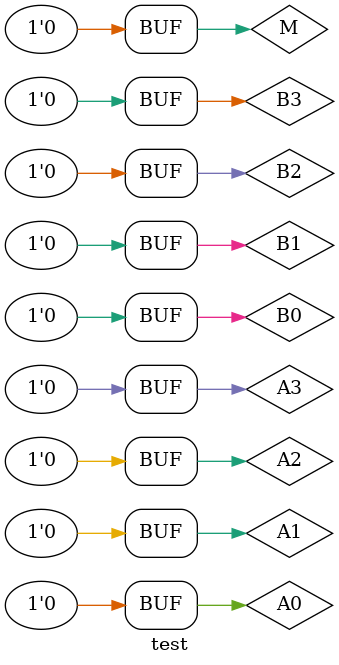
<source format=v>
module bit_adder(X,Y,Z,S,C);
	input X,Y,Z;
	output S,C;
	wire a,b,c,d,e;
	xor		g1(a,X,Y),
			g2(S,a,Z);
	and		g3(b,X,Y),
			g4(c,X,Z),
			g5(d,Y,Z);
	or		g6(e,b,c),
			g7(C,e,d);
endmodule

module add_sub(M,A0,A1,A2,A3,B0,B1,B2,B3,S0,S1,S2,S3,C,V);
	input M,A0,A1,A2,A3,B0,B1,B2,B3;
	output S0,S1,S2,S3,C,V;
	wire a,b,c,d,c0,c1,c2,c3;
	xor 	g1(a,B0,M),
			g2(b,B1,M),
			g3(c,B2,M),
			g4(d,B3,M);
	bit_adder 	add0(A0,M,a,S0,c0),
				add1(A1,c0,b,S1,c1),
				add2(A2,c1,c,S2,c2),
				add3(A3,c2,d,S3,c3);
	and		g5(C,c3,c3);
	xor		g6(V,c3,c2);
endmodule

module test;
	reg signed M,A0,A1,A2,A3,B0,B1,B2,B3; // Reg for inputs 
	wire signed S0,S1,S2,S3,C,V;    // Wire for outputs
	
	add_sub out(M,A0,A1,A2,A3,B0,B1,B2,B3,S0,S1,S2,S3,C,V);
	
	initial
		begin
			$display("Time M 	A0 A1 A2 A3 B0 B1 B2 B3 	S0 S1 S2 S3 	C V"); 
           M=0; A0=1; A1=0; A2=1; A3=1; B0=0; B1=0; B2=1; B3=1; //1110
       #10 M=0; A0=0; A1=1; A2=0; A3=1; B0=1; B1=0; B2=1; B3=0; //1111
       #10 M=0; A0=1; A1=1; A2=1; A3=1; B0=0; B1=0; B2=0; B3=1; //c
       #10 M=0; A0=0; A1=0; A2=0; A3=0; B0=0; B1=0; B2=0; B3=0; 
       #10 M=0; A0=0; A1=0; A2=0; A3=0; B0=0; B1=0; B2=0; B3=0; 
       #10 M=0; A0=0; A1=0; A2=0; A3=0; B0=0; B1=0; B2=0; B3=0; 
       #10 M=0; A0=0; A1=0; A2=0; A3=0; B0=0; B1=0; B2=0; B3=0; 
       #10 M=0; A0=0; A1=0; A2=0; A3=0; B0=0; B1=0; B2=0; B3=0;  
	end

   initial 
		$monitor("%4d %b	 %b  %b  %b  %b  %b  %b  %b  %b 	%b  %b  %b  %b 	%b %b",$time,M,A0,A1,A2,A3,B0,B1,B2,B3,S0,S1,S2,S3,C,V);

endmodule

</source>
